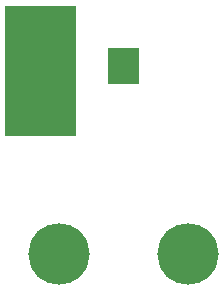
<source format=gbr>
%FSLAX44Y44*%
%MOMM*%
%ADD10C,5.2000*%
%LPD*%
G36*
G01*
X00088900Y00184350D02*
X00114800Y00184350D01*
X00114800Y00214450D01*
X00088900Y00214450D01*
X00088900Y00184350D01*
D02*
G37*
G36*
G01*
X00002000Y00139900D02*
X00062000Y00139900D01*
X00062000Y00249900D01*
X00002000Y00249900D01*
X00002000Y00139900D01*
D02*
G37*
D10*
X00047000Y00040000D03*
D10*
X00157000Y00040000D03*
M02*

</source>
